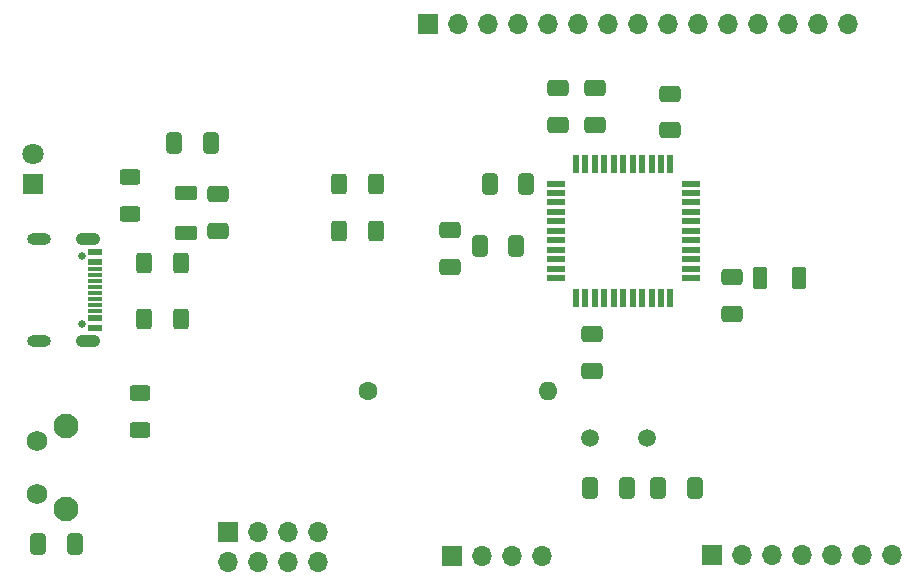
<source format=gbr>
%TF.GenerationSoftware,KiCad,Pcbnew,(6.0.7-1)-1*%
%TF.CreationDate,2022-09-20T14:46:44+12:00*%
%TF.ProjectId,ENEL300Group10MCUBoard,454e454c-3330-4304-9772-6f757031304d,rev?*%
%TF.SameCoordinates,Original*%
%TF.FileFunction,Soldermask,Top*%
%TF.FilePolarity,Negative*%
%FSLAX46Y46*%
G04 Gerber Fmt 4.6, Leading zero omitted, Abs format (unit mm)*
G04 Created by KiCad (PCBNEW (6.0.7-1)-1) date 2022-09-20 14:46:44*
%MOMM*%
%LPD*%
G01*
G04 APERTURE LIST*
G04 Aperture macros list*
%AMRoundRect*
0 Rectangle with rounded corners*
0 $1 Rounding radius*
0 $2 $3 $4 $5 $6 $7 $8 $9 X,Y pos of 4 corners*
0 Add a 4 corners polygon primitive as box body*
4,1,4,$2,$3,$4,$5,$6,$7,$8,$9,$2,$3,0*
0 Add four circle primitives for the rounded corners*
1,1,$1+$1,$2,$3*
1,1,$1+$1,$4,$5*
1,1,$1+$1,$6,$7*
1,1,$1+$1,$8,$9*
0 Add four rect primitives between the rounded corners*
20,1,$1+$1,$2,$3,$4,$5,0*
20,1,$1+$1,$4,$5,$6,$7,0*
20,1,$1+$1,$6,$7,$8,$9,0*
20,1,$1+$1,$8,$9,$2,$3,0*%
G04 Aperture macros list end*
%ADD10RoundRect,0.250000X-0.412500X-0.650000X0.412500X-0.650000X0.412500X0.650000X-0.412500X0.650000X0*%
%ADD11RoundRect,0.250000X0.412500X0.650000X-0.412500X0.650000X-0.412500X-0.650000X0.412500X-0.650000X0*%
%ADD12RoundRect,0.250000X-0.650000X0.412500X-0.650000X-0.412500X0.650000X-0.412500X0.650000X0.412500X0*%
%ADD13RoundRect,0.250000X0.400000X0.625000X-0.400000X0.625000X-0.400000X-0.625000X0.400000X-0.625000X0*%
%ADD14RoundRect,0.250000X-0.362500X-0.700000X0.362500X-0.700000X0.362500X0.700000X-0.362500X0.700000X0*%
%ADD15RoundRect,0.250000X-0.625000X0.400000X-0.625000X-0.400000X0.625000X-0.400000X0.625000X0.400000X0*%
%ADD16C,1.600000*%
%ADD17O,1.600000X1.600000*%
%ADD18C,0.650000*%
%ADD19R,1.150000X0.600000*%
%ADD20R,1.150000X0.300000*%
%ADD21O,2.100000X1.050000*%
%ADD22O,2.000000X1.000000*%
%ADD23C,2.100000*%
%ADD24C,1.750000*%
%ADD25O,1.700000X1.700000*%
%ADD26R,1.700000X1.700000*%
%ADD27R,1.500000X0.550000*%
%ADD28R,0.550000X1.500000*%
%ADD29RoundRect,0.250000X-0.700000X0.362500X-0.700000X-0.362500X0.700000X-0.362500X0.700000X0.362500X0*%
%ADD30R,1.800000X1.800000*%
%ADD31C,1.800000*%
%ADD32C,1.500000*%
%ADD33RoundRect,0.250000X0.650000X-0.412500X0.650000X0.412500X-0.650000X0.412500X-0.650000X-0.412500X0*%
G04 APERTURE END LIST*
D10*
%TO.C,C8*%
X99687500Y-79250000D03*
X102812500Y-79250000D03*
%TD*%
D11*
%TO.C,C3*%
X93462500Y-58800000D03*
X90337500Y-58800000D03*
%TD*%
D12*
%TO.C,C4*%
X99900000Y-66237500D03*
X99900000Y-69362500D03*
%TD*%
D13*
%TO.C,R1*%
X81550000Y-53500000D03*
X78450000Y-53500000D03*
%TD*%
D14*
%TO.C,L1*%
X114087500Y-61500000D03*
X117412500Y-61500000D03*
%TD*%
D15*
%TO.C,R7*%
X61600000Y-71250000D03*
X61600000Y-74350000D03*
%TD*%
D12*
%TO.C,C9*%
X87800000Y-57437500D03*
X87800000Y-60562500D03*
%TD*%
D16*
%TO.C,R4*%
X80880000Y-71100000D03*
D17*
X96120000Y-71100000D03*
%TD*%
D18*
%TO.C,J1*%
X56680000Y-65390000D03*
X56680000Y-59610000D03*
D19*
X57755000Y-59300000D03*
X57755000Y-65700000D03*
X57755000Y-60100000D03*
X57755000Y-64900000D03*
D20*
X57755000Y-61250000D03*
X57755000Y-62250000D03*
X57755000Y-62750000D03*
X57755000Y-63750000D03*
X57755000Y-64250000D03*
X57755000Y-63250000D03*
X57755000Y-61750000D03*
X57755000Y-60750000D03*
D21*
X57180000Y-58180000D03*
D22*
X53000000Y-58180000D03*
X53000000Y-66820000D03*
D21*
X57180000Y-66820000D03*
%TD*%
D12*
%TO.C,C2*%
X68200000Y-54397500D03*
X68200000Y-57522500D03*
%TD*%
D23*
%TO.C,RESET1*%
X55352500Y-81025000D03*
X55352500Y-74015000D03*
D24*
X52862500Y-79775000D03*
X52862500Y-75275000D03*
%TD*%
D13*
%TO.C,R2*%
X81550000Y-57500000D03*
X78450000Y-57500000D03*
%TD*%
D25*
%TO.C,WIRELESS1*%
X69000000Y-85540000D03*
D26*
X69000000Y-83000000D03*
D25*
X71540000Y-85540000D03*
X71540000Y-83000000D03*
X74080000Y-85540000D03*
X74080000Y-83000000D03*
X76620000Y-85540000D03*
X76620000Y-83000000D03*
%TD*%
D27*
%TO.C,U1*%
X96800000Y-53500000D03*
X96800000Y-54300000D03*
X96800000Y-55100000D03*
X96800000Y-55900000D03*
X96800000Y-56700000D03*
X96800000Y-57500000D03*
X96800000Y-58300000D03*
X96800000Y-59100000D03*
X96800000Y-59900000D03*
X96800000Y-60700000D03*
X96800000Y-61500000D03*
D28*
X98500000Y-63200000D03*
X99300000Y-63200000D03*
X100100000Y-63200000D03*
X100900000Y-63200000D03*
X101700000Y-63200000D03*
X102500000Y-63200000D03*
X103300000Y-63200000D03*
X104100000Y-63200000D03*
X104900000Y-63200000D03*
X105700000Y-63200000D03*
X106500000Y-63200000D03*
D27*
X108200000Y-61500000D03*
X108200000Y-60700000D03*
X108200000Y-59900000D03*
X108200000Y-59100000D03*
X108200000Y-58300000D03*
X108200000Y-57500000D03*
X108200000Y-56700000D03*
X108200000Y-55900000D03*
X108200000Y-55100000D03*
X108200000Y-54300000D03*
X108200000Y-53500000D03*
D28*
X106500000Y-51800000D03*
X105700000Y-51800000D03*
X104900000Y-51800000D03*
X104100000Y-51800000D03*
X103300000Y-51800000D03*
X102500000Y-51800000D03*
X101700000Y-51800000D03*
X100900000Y-51800000D03*
X100100000Y-51800000D03*
X99300000Y-51800000D03*
X98500000Y-51800000D03*
%TD*%
D29*
%TO.C,FB1*%
X65500000Y-54337500D03*
X65500000Y-57662500D03*
%TD*%
D30*
%TO.C,PWR1*%
X52500000Y-53500000D03*
D31*
X52500000Y-50960000D03*
%TD*%
D32*
%TO.C,Y1*%
X104550000Y-75000000D03*
X99650000Y-75000000D03*
%TD*%
D11*
%TO.C,C5*%
X94312500Y-53500000D03*
X91187500Y-53500000D03*
%TD*%
D26*
%TO.C,GPIO2*%
X86000000Y-40000000D03*
D25*
X88540000Y-40000000D03*
X91080000Y-40000000D03*
X93620000Y-40000000D03*
X96160000Y-40000000D03*
X98700000Y-40000000D03*
X101240000Y-40000000D03*
X103780000Y-40000000D03*
X106320000Y-40000000D03*
X108860000Y-40000000D03*
X111400000Y-40000000D03*
X113940000Y-40000000D03*
X116480000Y-40000000D03*
X119020000Y-40000000D03*
X121560000Y-40000000D03*
%TD*%
D15*
%TO.C,R3*%
X60750000Y-52950000D03*
X60750000Y-56050000D03*
%TD*%
D12*
%TO.C,C12*%
X111750000Y-61437500D03*
X111750000Y-64562500D03*
%TD*%
D10*
%TO.C,C7*%
X105437500Y-79250000D03*
X108562500Y-79250000D03*
%TD*%
D33*
%TO.C,C10*%
X100100000Y-48562500D03*
X100100000Y-45437500D03*
%TD*%
D10*
%TO.C,C6*%
X52937500Y-84000000D03*
X56062500Y-84000000D03*
%TD*%
D26*
%TO.C,J2*%
X88000000Y-85000000D03*
D25*
X90540000Y-85000000D03*
X93080000Y-85000000D03*
X95620000Y-85000000D03*
%TD*%
D26*
%TO.C,GPIO1*%
X110000000Y-84975000D03*
D25*
X112540000Y-84975000D03*
X115080000Y-84975000D03*
X117620000Y-84975000D03*
X120160000Y-84975000D03*
X122700000Y-84975000D03*
X125240000Y-84975000D03*
%TD*%
D13*
%TO.C,R6*%
X65050000Y-65000000D03*
X61950000Y-65000000D03*
%TD*%
%TO.C,R5*%
X65050000Y-60250000D03*
X61950000Y-60250000D03*
%TD*%
D33*
%TO.C,C13*%
X106500000Y-49000000D03*
X106500000Y-45875000D03*
%TD*%
D11*
%TO.C,C1*%
X67562500Y-50100000D03*
X64437500Y-50100000D03*
%TD*%
D33*
%TO.C,C11*%
X97000000Y-48562500D03*
X97000000Y-45437500D03*
%TD*%
M02*

</source>
